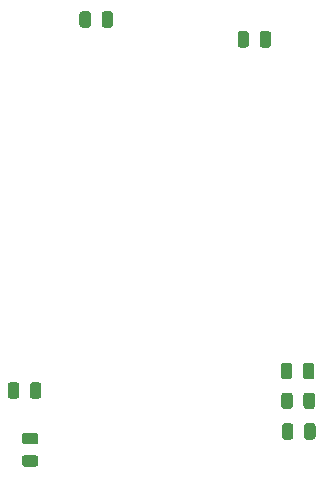
<source format=gbr>
%TF.GenerationSoftware,KiCad,Pcbnew,5.1.6-c6e7f7d~86~ubuntu18.04.1*%
%TF.CreationDate,2020-07-11T09:23:51+02:00*%
%TF.ProjectId,chickenDoor,63686963-6b65-46e4-946f-6f722e6b6963,rev?*%
%TF.SameCoordinates,Original*%
%TF.FileFunction,Paste,Bot*%
%TF.FilePolarity,Positive*%
%FSLAX46Y46*%
G04 Gerber Fmt 4.6, Leading zero omitted, Abs format (unit mm)*
G04 Created by KiCad (PCBNEW 5.1.6-c6e7f7d~86~ubuntu18.04.1) date 2020-07-11 09:23:51*
%MOMM*%
%LPD*%
G01*
G04 APERTURE LIST*
G04 APERTURE END LIST*
%TO.C,C1*%
G36*
G01*
X117452500Y-61026250D02*
X117452500Y-60113750D01*
G75*
G02*
X117696250Y-59870000I243750J0D01*
G01*
X118183750Y-59870000D01*
G75*
G02*
X118427500Y-60113750I0J-243750D01*
G01*
X118427500Y-61026250D01*
G75*
G02*
X118183750Y-61270000I-243750J0D01*
G01*
X117696250Y-61270000D01*
G75*
G02*
X117452500Y-61026250I0J243750D01*
G01*
G37*
G36*
G01*
X119327500Y-61026250D02*
X119327500Y-60113750D01*
G75*
G02*
X119571250Y-59870000I243750J0D01*
G01*
X120058750Y-59870000D01*
G75*
G02*
X120302500Y-60113750I0J-243750D01*
G01*
X120302500Y-61026250D01*
G75*
G02*
X120058750Y-61270000I-243750J0D01*
G01*
X119571250Y-61270000D01*
G75*
G02*
X119327500Y-61026250I0J243750D01*
G01*
G37*
%TD*%
%TO.C,C2*%
G36*
G01*
X131812500Y-61793750D02*
X131812500Y-62706250D01*
G75*
G02*
X131568750Y-62950000I-243750J0D01*
G01*
X131081250Y-62950000D01*
G75*
G02*
X130837500Y-62706250I0J243750D01*
G01*
X130837500Y-61793750D01*
G75*
G02*
X131081250Y-61550000I243750J0D01*
G01*
X131568750Y-61550000D01*
G75*
G02*
X131812500Y-61793750I0J-243750D01*
G01*
G37*
G36*
G01*
X133687500Y-61793750D02*
X133687500Y-62706250D01*
G75*
G02*
X133443750Y-62950000I-243750J0D01*
G01*
X132956250Y-62950000D01*
G75*
G02*
X132712500Y-62706250I0J243750D01*
G01*
X132712500Y-61793750D01*
G75*
G02*
X132956250Y-61550000I243750J0D01*
G01*
X133443750Y-61550000D01*
G75*
G02*
X133687500Y-61793750I0J-243750D01*
G01*
G37*
%TD*%
%TO.C,R3*%
G36*
G01*
X111377500Y-92446250D02*
X111377500Y-91533750D01*
G75*
G02*
X111621250Y-91290000I243750J0D01*
G01*
X112108750Y-91290000D01*
G75*
G02*
X112352500Y-91533750I0J-243750D01*
G01*
X112352500Y-92446250D01*
G75*
G02*
X112108750Y-92690000I-243750J0D01*
G01*
X111621250Y-92690000D01*
G75*
G02*
X111377500Y-92446250I0J243750D01*
G01*
G37*
G36*
G01*
X113252500Y-92446250D02*
X113252500Y-91533750D01*
G75*
G02*
X113496250Y-91290000I243750J0D01*
G01*
X113983750Y-91290000D01*
G75*
G02*
X114227500Y-91533750I0J-243750D01*
G01*
X114227500Y-92446250D01*
G75*
G02*
X113983750Y-92690000I-243750J0D01*
G01*
X113496250Y-92690000D01*
G75*
G02*
X113252500Y-92446250I0J243750D01*
G01*
G37*
%TD*%
%TO.C,R4*%
G36*
G01*
X137342500Y-89893750D02*
X137342500Y-90806250D01*
G75*
G02*
X137098750Y-91050000I-243750J0D01*
G01*
X136611250Y-91050000D01*
G75*
G02*
X136367500Y-90806250I0J243750D01*
G01*
X136367500Y-89893750D01*
G75*
G02*
X136611250Y-89650000I243750J0D01*
G01*
X137098750Y-89650000D01*
G75*
G02*
X137342500Y-89893750I0J-243750D01*
G01*
G37*
G36*
G01*
X135467500Y-89893750D02*
X135467500Y-90806250D01*
G75*
G02*
X135223750Y-91050000I-243750J0D01*
G01*
X134736250Y-91050000D01*
G75*
G02*
X134492500Y-90806250I0J243750D01*
G01*
X134492500Y-89893750D01*
G75*
G02*
X134736250Y-89650000I243750J0D01*
G01*
X135223750Y-89650000D01*
G75*
G02*
X135467500Y-89893750I0J-243750D01*
G01*
G37*
%TD*%
%TO.C,R5*%
G36*
G01*
X136420000Y-93316250D02*
X136420000Y-92403750D01*
G75*
G02*
X136663750Y-92160000I243750J0D01*
G01*
X137151250Y-92160000D01*
G75*
G02*
X137395000Y-92403750I0J-243750D01*
G01*
X137395000Y-93316250D01*
G75*
G02*
X137151250Y-93560000I-243750J0D01*
G01*
X136663750Y-93560000D01*
G75*
G02*
X136420000Y-93316250I0J243750D01*
G01*
G37*
G36*
G01*
X134545000Y-93316250D02*
X134545000Y-92403750D01*
G75*
G02*
X134788750Y-92160000I243750J0D01*
G01*
X135276250Y-92160000D01*
G75*
G02*
X135520000Y-92403750I0J-243750D01*
G01*
X135520000Y-93316250D01*
G75*
G02*
X135276250Y-93560000I-243750J0D01*
G01*
X134788750Y-93560000D01*
G75*
G02*
X134545000Y-93316250I0J243750D01*
G01*
G37*
%TD*%
%TO.C,R6*%
G36*
G01*
X113726250Y-98427500D02*
X112813750Y-98427500D01*
G75*
G02*
X112570000Y-98183750I0J243750D01*
G01*
X112570000Y-97696250D01*
G75*
G02*
X112813750Y-97452500I243750J0D01*
G01*
X113726250Y-97452500D01*
G75*
G02*
X113970000Y-97696250I0J-243750D01*
G01*
X113970000Y-98183750D01*
G75*
G02*
X113726250Y-98427500I-243750J0D01*
G01*
G37*
G36*
G01*
X113726250Y-96552500D02*
X112813750Y-96552500D01*
G75*
G02*
X112570000Y-96308750I0J243750D01*
G01*
X112570000Y-95821250D01*
G75*
G02*
X112813750Y-95577500I243750J0D01*
G01*
X113726250Y-95577500D01*
G75*
G02*
X113970000Y-95821250I0J-243750D01*
G01*
X113970000Y-96308750D01*
G75*
G02*
X113726250Y-96552500I-243750J0D01*
G01*
G37*
%TD*%
%TO.C,R7*%
G36*
G01*
X134597500Y-95906250D02*
X134597500Y-94993750D01*
G75*
G02*
X134841250Y-94750000I243750J0D01*
G01*
X135328750Y-94750000D01*
G75*
G02*
X135572500Y-94993750I0J-243750D01*
G01*
X135572500Y-95906250D01*
G75*
G02*
X135328750Y-96150000I-243750J0D01*
G01*
X134841250Y-96150000D01*
G75*
G02*
X134597500Y-95906250I0J243750D01*
G01*
G37*
G36*
G01*
X136472500Y-95906250D02*
X136472500Y-94993750D01*
G75*
G02*
X136716250Y-94750000I243750J0D01*
G01*
X137203750Y-94750000D01*
G75*
G02*
X137447500Y-94993750I0J-243750D01*
G01*
X137447500Y-95906250D01*
G75*
G02*
X137203750Y-96150000I-243750J0D01*
G01*
X136716250Y-96150000D01*
G75*
G02*
X136472500Y-95906250I0J243750D01*
G01*
G37*
%TD*%
M02*

</source>
